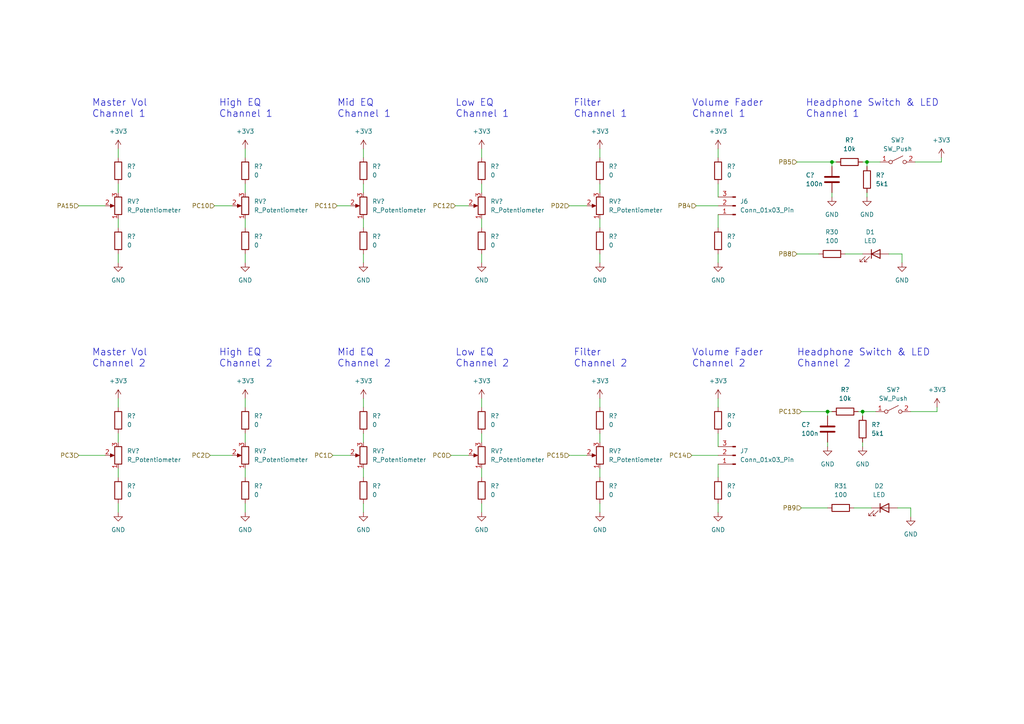
<source format=kicad_sch>
(kicad_sch (version 20230121) (generator eeschema)
  (paper "A4")
  (title_block (date "2024-02-02"))
  (lib_symbols
    (symbol "Connector:Conn_01x03_Pin" (pin_names (offset 1.016) hide)
      (property "Reference" "J" (at 0 5.08 0))
      (property "Value" "Conn_01x03_Pin" (at 0 -5.08 0))
      (symbol "Conn_01x03_Pin_1_1"
        (polyline (pts (xy 1.27 -2.54) (xy 0.8636 -2.54)) (stroke (width 0.1524)))
        (polyline (pts (xy 1.27 0) (xy 0.8636 0)) (stroke (width 0.1524)))
        (polyline (pts (xy 1.27 2.54) (xy 0.8636 2.54)) (stroke (width 0.1524)))
        (rectangle (start 0.8636 -2.413) (end 0 -2.667) (stroke (width 0.1524)) (fill (type outline)))
        (rectangle (start 0.8636 0.127) (end 0 -0.127) (stroke (width 0.1524)) (fill (type outline)))
        (rectangle (start 0.8636 2.667) (end 0 2.413) (stroke (width 0.1524)) (fill (type outline)))
        (pin passive line (at 5.08 2.54 180) (length 3.81) (name "Pin_1") (number "1"))
        (pin passive line (at 5.08 0 180) (length 3.81) (name "Pin_2") (number "2"))
        (pin passive line (at 5.08 -2.54 180) (length 3.81) (name "Pin_3") (number "3"))
      )
    )
    (symbol "Device:C" (pin_numbers hide) (pin_names (offset 0.254))
      (property "Reference" "C" (at 0.635 2.54 0))
      (property "Value" "C" (at 0.635 -2.54 0))
      (symbol "C_0_1"
        (polyline (pts (xy -2.032 -0.762) (xy 2.032 -0.762)) (stroke (width 0.508)))
        (polyline (pts (xy -2.032 0.762) (xy 2.032 0.762)) (stroke (width 0.508)))
      )
      (symbol "C_1_1"
        (pin passive line (at 0 3.81 270) (length 2.794) (name "~") (number "1"))
        (pin passive line (at 0 -3.81 90) (length 2.794) (name "~") (number "2"))
      )
    )
    (symbol "Device:LED" (pin_numbers hide) (pin_names (offset 1.016) hide)
      (property "Reference" "D" (at 0 2.54 0))
      (property "Value" "LED" (at 0 -2.54 0))
      (symbol "LED_0_1"
        (polyline (pts (xy -1.27 -1.27) (xy -1.27 1.27)) (stroke (width 0.254)))
        (polyline (pts (xy -1.27 0) (xy 1.27 0)))
        (polyline (pts (xy 1.27 -1.27) (xy 1.27 1.27) (xy -1.27 0) (xy 1.27 -1.27)) (stroke (width 0.254)))
        (polyline (pts (xy -3.048 -0.762) (xy -4.572 -2.286) (xy -3.81 -2.286) (xy -4.572 -2.286) (xy -4.572 -1.524)))
        (polyline (pts (xy -1.778 -0.762) (xy -3.302 -2.286) (xy -2.54 -2.286) (xy -3.302 -2.286) (xy -3.302 -1.524)))
      )
      (symbol "LED_1_1"
        (pin passive line (at -3.81 0 0) (length 2.54) (name "K") (number "1"))
        (pin passive line (at 3.81 0 180) (length 2.54) (name "A") (number "2"))
      )
    )
    (symbol "Device:R" (pin_numbers hide) (pin_names (offset 0))
      (property "Reference" "R" (at 2.032 0 90))
      (property "Value" "R" (at 0 0 90))
      (symbol "R_0_1"
        (rectangle (start -1.016 -2.54) (end 1.016 2.54) (stroke (width 0.254)))
      )
      (symbol "R_1_1"
        (pin passive line (at 0 3.81 270) (length 1.27) (name "~") (number "1"))
        (pin passive line (at 0 -3.81 90) (length 1.27) (name "~") (number "2"))
      )
    )
    (symbol "Device:R_Potentiometer" (pin_names (offset 1.016) hide)
      (property "Reference" "RV" (at -4.445 0 90))
      (property "Value" "R_Potentiometer" (at -2.54 0 90))
      (symbol "R_Potentiometer_0_1"
        (polyline (pts (xy 2.54 0) (xy 1.524 0)))
        (polyline (pts (xy 1.143 0) (xy 2.286 0.508) (xy 2.286 -0.508) (xy 1.143 0)) (fill (type outline)))
        (rectangle (start 1.016 2.54) (end -1.016 -2.54) (stroke (width 0.254)))
      )
      (symbol "R_Potentiometer_1_1"
        (pin passive line (at 0 3.81 270) (length 1.27) (name "1") (number "1"))
        (pin passive line (at 3.81 0 180) (length 1.27) (name "2") (number "2"))
        (pin passive line (at 0 -3.81 90) (length 1.27) (name "3") (number "3"))
      )
    )
    (symbol "Switch:SW_SPST" (pin_names (offset 0) hide)
      (property "Reference" "SW" (at 0 3.175 0))
      (property "Value" "SW_SPST" (at 0 -2.54 0))
      (symbol "SW_SPST_0_0"
        (circle (center -2.032 0) (radius 0.508))
        (polyline (pts (xy -1.524 0.254) (xy 1.524 1.778)))
        (circle (center 2.032 0) (radius 0.508))
      )
      (symbol "SW_SPST_1_1"
        (pin passive line (at -5.08 0 0) (length 2.54) (name "A") (number "1"))
        (pin passive line (at 5.08 0 180) (length 2.54) (name "B") (number "2"))
      )
    )
    (symbol "power:+3V3" (power) (pin_names (offset 0))
      (property "Value" "+3V3" (at 0 3.556 0))
      (symbol "+3V3_0_1"
        (polyline (pts (xy -0.762 1.27) (xy 0 2.54)))
        (polyline (pts (xy 0 0) (xy 0 2.54)))
        (polyline (pts (xy 0 2.54) (xy 0.762 1.27)))
      )
      (symbol "+3V3_1_1"
        (pin power_in line (at 0 0 90) (length 0) hide (name "+3V3") (number "1"))
      )
    )
    (symbol "power:GND" (power) (pin_names (offset 0))
      (property "Value" "GND" (at 0 -3.81 0))
      (symbol "GND_0_1"
        (polyline (pts (xy 0 0) (xy 0 -1.27) (xy 1.27 -1.27) (xy 0 -2.54) (xy -1.27 -1.27) (xy 0 -1.27)))
      )
      (symbol "GND_1_1"
        (pin power_in line (at 0 0 270) (length 0) hide (name "GND") (number "1"))
      )
    )
  )
  (junction (at 250.19 119.38))
  (junction (at 240.03 119.38))
  (junction (at 241.3 46.99))
  (junction (at 251.46 46.99))
  (wire (pts (xy 247.65 147.32) (xy 252.73 147.32)))
  (wire (pts (xy 173.99 115.57) (xy 173.99 118.11)))
  (wire (pts (xy 264.16 147.32) (xy 264.16 149.86)))
  (wire (pts (xy 34.29 146.05) (xy 34.29 148.59)))
  (wire (pts (xy 34.29 53.34) (xy 34.29 55.88)))
  (wire (pts (xy 201.93 59.69) (xy 208.28 59.69)))
  (wire (pts (xy 34.29 125.73) (xy 34.29 128.27)))
  (wire (pts (xy 232.41 119.38) (xy 240.03 119.38)))
  (wire (pts (xy 231.14 46.99) (xy 241.3 46.99)))
  (wire (pts (xy 34.29 115.57) (xy 34.29 118.11)))
  (wire (pts (xy 105.41 43.18) (xy 105.41 45.72)))
  (wire (pts (xy 250.19 119.38) (xy 250.19 120.65)))
  (wire (pts (xy 34.29 73.66) (xy 34.29 76.2)))
  (wire (pts (xy 139.7 135.89) (xy 139.7 138.43)))
  (wire (pts (xy 208.28 146.05) (xy 208.28 148.59)))
  (wire (pts (xy 208.28 134.62) (xy 208.28 138.43)))
  (wire (pts (xy 241.3 46.99) (xy 241.3 48.26)))
  (wire (pts (xy 71.12 53.34) (xy 71.12 55.88)))
  (wire (pts (xy 232.41 147.32) (xy 240.03 147.32)))
  (wire (pts (xy 96.52 132.08) (xy 101.6 132.08)))
  (wire (pts (xy 62.23 59.69) (xy 67.31 59.69)))
  (wire (pts (xy 71.12 63.5) (xy 71.12 66.04)))
  (wire (pts (xy 208.28 115.57) (xy 208.28 118.11)))
  (wire (pts (xy 173.99 146.05) (xy 173.99 148.59)))
  (wire (pts (xy 237.49 73.66) (xy 231.14 73.66)))
  (wire (pts (xy 132.08 59.69) (xy 135.89 59.69)))
  (wire (pts (xy 173.99 125.73) (xy 173.99 128.27)))
  (wire (pts (xy 173.99 73.66) (xy 173.99 76.2)))
  (wire (pts (xy 251.46 46.99) (xy 251.46 48.26)))
  (wire (pts (xy 200.66 132.08) (xy 208.28 132.08)))
  (wire (pts (xy 139.7 146.05) (xy 139.7 148.59)))
  (wire (pts (xy 240.03 119.38) (xy 240.03 120.65)))
  (wire (pts (xy 105.41 63.5) (xy 105.41 66.04)))
  (wire (pts (xy 139.7 115.57) (xy 139.7 118.11)))
  (wire (pts (xy 250.19 46.99) (xy 251.46 46.99)))
  (wire (pts (xy 165.1 59.69) (xy 170.18 59.69)))
  (wire (pts (xy 97.79 59.69) (xy 101.6 59.69)))
  (wire (pts (xy 71.12 115.57) (xy 71.12 118.11)))
  (wire (pts (xy 60.96 132.08) (xy 67.31 132.08)))
  (wire (pts (xy 248.92 119.38) (xy 250.19 119.38)))
  (wire (pts (xy 71.12 146.05) (xy 71.12 148.59)))
  (wire (pts (xy 250.19 128.27) (xy 250.19 129.54)))
  (wire (pts (xy 71.12 125.73) (xy 71.12 128.27)))
  (wire (pts (xy 245.11 73.66) (xy 250.19 73.66)))
  (wire (pts (xy 264.16 147.32) (xy 260.35 147.32)))
  (wire (pts (xy 105.41 135.89) (xy 105.41 138.43)))
  (wire (pts (xy 251.46 46.99) (xy 255.27 46.99)))
  (wire (pts (xy 105.41 125.73) (xy 105.41 128.27)))
  (wire (pts (xy 241.3 46.99) (xy 242.57 46.99)))
  (wire (pts (xy 105.41 73.66) (xy 105.41 76.2)))
  (wire (pts (xy 264.16 119.38) (xy 271.78 119.38)))
  (wire (pts (xy 173.99 63.5) (xy 173.99 66.04)))
  (wire (pts (xy 251.46 55.88) (xy 251.46 57.15)))
  (wire (pts (xy 261.62 73.66) (xy 257.81 73.66)))
  (wire (pts (xy 250.19 119.38) (xy 254 119.38)))
  (wire (pts (xy 139.7 125.73) (xy 139.7 128.27)))
  (wire (pts (xy 22.86 132.08) (xy 30.48 132.08)))
  (wire (pts (xy 34.29 135.89) (xy 34.29 138.43)))
  (wire (pts (xy 34.29 43.18) (xy 34.29 45.72)))
  (wire (pts (xy 71.12 73.66) (xy 71.12 76.2)))
  (wire (pts (xy 139.7 43.18) (xy 139.7 45.72)))
  (wire (pts (xy 208.28 62.23) (xy 208.28 66.04)))
  (wire (pts (xy 139.7 53.34) (xy 139.7 55.88)))
  (wire (pts (xy 173.99 53.34) (xy 173.99 55.88)))
  (wire (pts (xy 71.12 135.89) (xy 71.12 138.43)))
  (wire (pts (xy 105.41 146.05) (xy 105.41 148.59)))
  (wire (pts (xy 261.62 73.66) (xy 261.62 76.2)))
  (wire (pts (xy 273.05 45.72) (xy 273.05 46.99)))
  (wire (pts (xy 208.28 53.34) (xy 208.28 57.15)))
  (wire (pts (xy 265.43 46.99) (xy 273.05 46.99)))
  (wire (pts (xy 173.99 43.18) (xy 173.99 45.72)))
  (wire (pts (xy 165.1 132.08) (xy 170.18 132.08)))
  (wire (pts (xy 241.3 55.88) (xy 241.3 57.15)))
  (wire (pts (xy 208.28 43.18) (xy 208.28 45.72)))
  (wire (pts (xy 22.86 59.69) (xy 30.48 59.69)))
  (wire (pts (xy 71.12 43.18) (xy 71.12 45.72)))
  (wire (pts (xy 130.81 132.08) (xy 135.89 132.08)))
  (wire (pts (xy 105.41 53.34) (xy 105.41 55.88)))
  (wire (pts (xy 139.7 63.5) (xy 139.7 66.04)))
  (wire (pts (xy 240.03 128.27) (xy 240.03 129.54)))
  (wire (pts (xy 34.29 63.5) (xy 34.29 66.04)))
  (wire (pts (xy 240.03 119.38) (xy 241.3 119.38)))
  (wire (pts (xy 208.28 125.73) (xy 208.28 129.54)))
  (wire (pts (xy 173.99 135.89) (xy 173.99 138.43)))
  (wire (pts (xy 208.28 73.66) (xy 208.28 76.2)))
  (wire (pts (xy 105.41 115.57) (xy 105.41 118.11)))
  (wire (pts (xy 271.78 118.11) (xy 271.78 119.38)))
  (wire (pts (xy 139.7 73.66) (xy 139.7 76.2)))
  (text "High EQ\nChannel 2" (at 63.5 106.68 0) (effects (font (size 2 2)) (justify left bottom)))
  (text "Low EQ\nChannel 1" (at 132.08 34.29 0) (effects (font (size 2 2)) (justify left bottom)))
  (text "Master Vol\nChannel 1" (at 26.67 34.29 0) (effects (font (size 2 2)) (justify left bottom)))
  (text "Headphone Switch & LED\nChannel 1" (at 233.68 34.29 0) (effects (font (size 2 2)) (justify left bottom)))
  (text "Master Vol\nChannel 2" (at 26.67 106.68 0) (effects (font (size 2 2)) (justify left bottom)))
  (text "Mid EQ\nChannel 1" (at 97.79 34.29 0) (effects (font (size 2 2)) (justify left bottom)))
  (text "Mid EQ\nChannel 2" (at 97.79 106.68 0) (effects (font (size 2 2)) (justify left bottom)))
  (text "Headphone Switch & LED\nChannel 2" (at 231.14 106.68 0) (effects (font (size 2 2)) (justify left bottom)))
  (text "Filter\nChannel 1" (at 166.37 34.29 0) (effects (font (size 2 2)) (justify left bottom)))
  (text "Filter\nChannel 2" (at 166.37 106.68 0) (effects (font (size 2 2)) (justify left bottom)))
  (text "Volume Fader\nChannel 2" (at 200.66 106.68 0) (effects (font (size 2 2)) (justify left bottom)))
  (text "Low EQ\nChannel 2" (at 132.08 106.68 0) (effects (font (size 2 2)) (justify left bottom)))
  (text "Volume Fader\nChannel 1" (at 200.66 34.29 0) (effects (font (size 2 2)) (justify left bottom)))
  (text "High EQ\nChannel 1" (at 63.5 34.29 0) (effects (font (size 2 2)) (justify left bottom)))
  (hierarchical_label "PB8" (shape input) (at 231.14 73.66 180))
  (hierarchical_label "PC13" (shape input) (at 232.41 119.38 180))
  (hierarchical_label "PC0" (shape input) (at 130.81 132.08 180))
  (hierarchical_label "PC3" (shape input) (at 22.86 132.08 180))
  (hierarchical_label "PB4" (shape input) (at 201.93 59.69 180))
  (hierarchical_label "PC1" (shape input) (at 96.52 132.08 180))
  (hierarchical_label "PC10" (shape input) (at 62.23 59.69 180))
  (hierarchical_label "PD2" (shape input) (at 165.1 59.69 180))
  (hierarchical_label "PC12" (shape input) (at 132.08 59.69 180))
  (hierarchical_label "PC14" (shape input) (at 200.66 132.08 180))
  (hierarchical_label "PC2" (shape input) (at 60.96 132.08 180))
  (hierarchical_label "PC15" (shape input) (at 165.1 132.08 180))
  (hierarchical_label "PB9" (shape input) (at 232.41 147.32 180))
  (hierarchical_label "PB5" (shape input) (at 231.14 46.99 180))
  (hierarchical_label "PA15" (shape input) (at 22.86 59.69 180))
  (hierarchical_label "PC11" (shape input) (at 97.79 59.69 180))
  (symbol (lib_id "Device:R") (at 71.12 142.24 0) (unit 1)
    (property "Reference" "R?" (at 73.66 140.97 0) (effects (justify left)))
    (property "Value" "0" (at 73.66 143.51 0) (effects (justify left)))
    (property "Footprint" "Resistor_SMD:R_0805_2012Metric" (effects hide))
    (property "Datasheet" "https://datasheet.lcsc.com/lcsc/2206010216_UNI-ROYAL-Uniroyal-Elec-0805W8F0000T5E_C17477.pdf" (effects hide))
    (property "Manufracturer" "UNI-ROYAL(Uniroyal Elec)" (effects hide))
    (property "Manufracturer Part Number" "0805W8F0000T5E" (effects hide))
    (property "JLCPCB Part" "C17477" (effects hide))
    (instances (project "112VU" (path "" (reference "R?") (unit 1))) (project "djdeck" (path "" (reference "R?") (unit 1)) (path "" (reference "R13") (unit 1))))
  )
  (symbol (lib_id "Device:R") (at 208.28 142.24 0) (unit 1)
    (property "Reference" "R?" (at 210.82 140.97 0) (effects (justify left)))
    (property "Value" "0" (at 210.82 143.51 0) (effects (justify left)))
    (property "Footprint" "Resistor_SMD:R_0805_2012Metric" (effects hide))
    (property "Datasheet" "https://datasheet.lcsc.com/lcsc/2206010216_UNI-ROYAL-Uniroyal-Elec-0805W8F0000T5E_C17477.pdf" (effects hide))
    (property "Manufracturer" "UNI-ROYAL(Uniroyal Elec)" (effects hide))
    (property "Manufracturer Part Number" "0805W8F0000T5E" (effects hide))
    (property "JLCPCB Part" "C17477" (effects hide))
    (instances (project "112VU" (path "" (reference "R?") (unit 1))) (project "djdeck" (path "" (reference "R?") (unit 1)) (path "" (reference "R29") (unit 1))))
  )
  (symbol (lib_id "Device:R") (at 105.41 121.92 0) (unit 1)
    (property "Reference" "R?" (at 107.95 120.65 0) (effects (justify left)))
    (property "Value" "0" (at 107.95 123.19 0) (effects (justify left)))
    (property "Footprint" "Resistor_SMD:R_0805_2012Metric" (effects hide))
    (property "Datasheet" "https://datasheet.lcsc.com/lcsc/2206010216_UNI-ROYAL-Uniroyal-Elec-0805W8F0000T5E_C17477.pdf" (effects hide))
    (property "Manufracturer" "UNI-ROYAL(Uniroyal Elec)" (effects hide))
    (property "Manufracturer Part Number" "0805W8F0000T5E" (effects hide))
    (property "JLCPCB Part" "C17477" (effects hide))
    (instances (project "112VU" (path "" (reference "R?") (unit 1))) (project "djdeck" (path "" (reference "R?") (unit 1)) (path "" (reference "R16") (unit 1))))
  )
  (symbol (lib_id "Switch:SW_SPST") (at 259.08 119.38 0) (unit 1)
    (property "Reference" "SW?" (at 259.08 113.03 0))
    (property "Value" "SW_Push" (at 259.08 115.57 0))
    (property "Footprint" "Button_Switch_SMD:SW_Push_1P1T_XKB_TS-1187A" (effects hide))
    (property "Datasheet" "https://datasheet.lcsc.com/lcsc/2304140030_XKB-Connectivity-TS-1187A-B-A-B_C318884.pdf" (effects hide))
    (property "JLCPCB Part" "C318884" (effects hide))
    (property "Manufracturer" "XKB Connectivity" (effects hide))
    (property "Manufracturer Part Number" "TS-1187A-B-A-B" (effects hide))
    (instances (project "109VU" (path "" (reference "SW?") (unit 1))) (project "djdeck" (path "" (reference "SW2") (unit 1))))
  )
  (symbol (lib_id "Device:R") (at 208.28 121.92 0) (unit 1)
    (property "Reference" "R?" (at 210.82 120.65 0) (effects (justify left)))
    (property "Value" "0" (at 210.82 123.19 0) (effects (justify left)))
    (property "Footprint" "Resistor_SMD:R_0805_2012Metric" (effects hide))
    (property "Datasheet" "https://datasheet.lcsc.com/lcsc/2206010216_UNI-ROYAL-Uniroyal-Elec-0805W8F0000T5E_C17477.pdf" (effects hide))
    (property "Manufracturer" "UNI-ROYAL(Uniroyal Elec)" (effects hide))
    (property "Manufracturer Part Number" "0805W8F0000T5E" (effects hide))
    (property "JLCPCB Part" "C17477" (effects hide))
    (instances (project "112VU" (path "" (reference "R?") (unit 1))) (project "djdeck" (path "" (reference "R?") (unit 1)) (path "" (reference "R28") (unit 1))))
  )
  (symbol (lib_id "Device:R_Potentiometer") (at 71.12 132.08 180) (unit 1)
    (property "Reference" "RV?" (at 73.66 130.81 0) (effects (justify right)))
    (property "Value" "R_Potentiometer" (at 73.66 133.35 0) (effects (justify right)))
    (property "Footprint" "NiasStuff:Potentiometer_Alps_RK09L_Double_Vertical" (effects hide))
    (property "Datasheet" "https://datasheet.lcsc.com/lcsc/1912111437_ALPSALPINE-RK09L1240A12_C380211.pdf" (effects hide))
    (property "Manufracturer" "ALPSALPINE" (effects hide))
    (property "Manufracturer Part Number" "RK09L1240A12" (effects hide))
    (property "JLCPCB Part" "C380211" (effects hide))
    (instances (project "112VU" (path "" (reference "RV?") (unit 1))) (project "djdeck" (path "" (reference "RV?") (unit 1)) (path "" (reference "RV4") (unit 1))))
  )
  (symbol (lib_id "power:GND") (at 208.28 76.2 0) (unit 1)
    (property "Reference" "#PWR?" (effects hide))
    (property "Value" "GND" (at 208.28 81.28 0))
    (instances (project "112VU" (path "" (reference "#PWR?") (unit 1))) (project "djdeck" (path "" (reference "#PWR?") (unit 1)) (path "" (reference "#PWR050") (unit 1))))
  )
  (symbol (lib_id "Device:R_Potentiometer") (at 34.29 59.69 180) (unit 1)
    (property "Reference" "RV?" (at 36.83 58.42 0) (effects (justify right)))
    (property "Value" "R_Potentiometer" (at 36.83 60.96 0) (effects (justify right)))
    (property "Footprint" "NiasStuff:Potentiometer_Alps_RK09L_Double_Vertical" (effects hide))
    (property "Datasheet" "https://datasheet.lcsc.com/lcsc/1912111437_ALPSALPINE-RK09L1240A12_C380211.pdf" (effects hide))
    (property "Manufracturer" "ALPSALPINE" (effects hide))
    (property "Manufracturer Part Number" "RK09L1240A12" (effects hide))
    (property "JLCPCB Part" "C380211" (effects hide))
    (instances (project "112VU" (path "" (reference "RV?") (unit 1))) (project "djdeck" (path "" (reference "RV?") (unit 1)) (path "" (reference "RV1") (unit 1))))
  )
  (symbol (lib_id "power:+3V3") (at 139.7 115.57 0) (unit 1)
    (property "Reference" "#PWR?" (effects hide))
    (property "Value" "+3V3" (at 139.7 110.49 0))
    (instances (project "112VU" (path "" (reference "#PWR?") (unit 1))) (project "djdeck" (path "" (reference "#PWR?") (unit 1)) (path "" (reference "#PWR043") (unit 1))))
  )
  (symbol (lib_id "Device:R") (at 71.12 121.92 0) (unit 1)
    (property "Reference" "R?" (at 73.66 120.65 0) (effects (justify left)))
    (property "Value" "0" (at 73.66 123.19 0) (effects (justify left)))
    (property "Footprint" "Resistor_SMD:R_0805_2012Metric" (effects hide))
    (property "Datasheet" "https://datasheet.lcsc.com/lcsc/2206010216_UNI-ROYAL-Uniroyal-Elec-0805W8F0000T5E_C17477.pdf" (effects hide))
    (property "Manufracturer" "UNI-ROYAL(Uniroyal Elec)" (effects hide))
    (property "Manufracturer Part Number" "0805W8F0000T5E" (effects hide))
    (property "JLCPCB Part" "C17477" (effects hide))
    (instances (project "112VU" (path "" (reference "R?") (unit 1))) (project "djdeck" (path "" (reference "R?") (unit 1)) (path "" (reference "R12") (unit 1))))
  )
  (symbol (lib_id "Device:LED") (at 254 73.66 0) (unit 1)
    (property "Reference" "D1" (at 252.4125 67.31 0))
    (property "Value" "LED" (at 252.4125 69.85 0))
    (property "Footprint" "LED_SMD:LED_0603_1608Metric" (effects hide))
    (property "Datasheet" "https://datasheet.lcsc.com/lcsc/1810201530_BrtLed-Bright-LED-Elec-BL-HKC36G-AV-TRB_C165981.pdf" (effects hide))
    (property "JLCPCB Part" "C165981" (effects hide))
    (property "Manufracturer" "BrtLed(Bright LED Elec)" (effects hide))
    (property "Manufracturer Part Number" "BL-HKC36G-AV-TRB" (effects hide))
  )
  (symbol (lib_id "Device:R") (at 139.7 69.85 0) (unit 1)
    (property "Reference" "R?" (at 142.24 68.58 0) (effects (justify left)))
    (property "Value" "0" (at 142.24 71.12 0) (effects (justify left)))
    (property "Footprint" "Resistor_SMD:R_0805_2012Metric" (effects hide))
    (property "Datasheet" "https://datasheet.lcsc.com/lcsc/2206010216_UNI-ROYAL-Uniroyal-Elec-0805W8F0000T5E_C17477.pdf" (effects hide))
    (property "Manufracturer" "UNI-ROYAL(Uniroyal Elec)" (effects hide))
    (property "Manufracturer Part Number" "0805W8F0000T5E" (effects hide))
    (property "JLCPCB Part" "C17477" (effects hide))
    (instances (project "112VU" (path "" (reference "R?") (unit 1))) (project "djdeck" (path "" (reference "R?") (unit 1)) (path "" (reference "R19") (unit 1))))
  )
  (symbol (lib_id "Device:R") (at 139.7 142.24 0) (unit 1)
    (property "Reference" "R?" (at 142.24 140.97 0) (effects (justify left)))
    (property "Value" "0" (at 142.24 143.51 0) (effects (justify left)))
    (property "Footprint" "Resistor_SMD:R_0805_2012Metric" (effects hide))
    (property "Datasheet" "https://datasheet.lcsc.com/lcsc/2206010216_UNI-ROYAL-Uniroyal-Elec-0805W8F0000T5E_C17477.pdf" (effects hide))
    (property "Manufracturer" "UNI-ROYAL(Uniroyal Elec)" (effects hide))
    (property "Manufracturer Part Number" "0805W8F0000T5E" (effects hide))
    (property "JLCPCB Part" "C17477" (effects hide))
    (instances (project "112VU" (path "" (reference "R?") (unit 1))) (project "djdeck" (path "" (reference "R?") (unit 1)) (path "" (reference "R21") (unit 1))))
  )
  (symbol (lib_id "Device:R") (at 173.99 121.92 0) (unit 1)
    (property "Reference" "R?" (at 176.53 120.65 0) (effects (justify left)))
    (property "Value" "0" (at 176.53 123.19 0) (effects (justify left)))
    (property "Footprint" "Resistor_SMD:R_0805_2012Metric" (effects hide))
    (property "Datasheet" "https://datasheet.lcsc.com/lcsc/2206010216_UNI-ROYAL-Uniroyal-Elec-0805W8F0000T5E_C17477.pdf" (effects hide))
    (property "Manufracturer" "UNI-ROYAL(Uniroyal Elec)" (effects hide))
    (property "Manufracturer Part Number" "0805W8F0000T5E" (effects hide))
    (property "JLCPCB Part" "C17477" (effects hide))
    (instances (project "112VU" (path "" (reference "R?") (unit 1))) (project "djdeck" (path "" (reference "R?") (unit 1)) (path "" (reference "R24") (unit 1))))
  )
  (symbol (lib_id "Device:R") (at 34.29 49.53 0) (unit 1)
    (property "Reference" "R?" (at 36.83 48.26 0) (effects (justify left)))
    (property "Value" "0" (at 36.83 50.8 0) (effects (justify left)))
    (property "Footprint" "Resistor_SMD:R_0805_2012Metric" (effects hide))
    (property "Datasheet" "https://datasheet.lcsc.com/lcsc/2206010216_UNI-ROYAL-Uniroyal-Elec-0805W8F0000T5E_C17477.pdf" (effects hide))
    (property "Manufracturer" "UNI-ROYAL(Uniroyal Elec)" (effects hide))
    (property "Manufracturer Part Number" "0805W8F0000T5E" (effects hide))
    (property "JLCPCB Part" "C17477" (effects hide))
    (instances (project "112VU" (path "" (reference "R?") (unit 1))) (project "djdeck" (path "" (reference "R?") (unit 1)) (path "" (reference "R6") (unit 1))))
  )
  (symbol (lib_id "Switch:SW_SPST") (at 260.35 46.99 0) (unit 1)
    (property "Reference" "SW?" (at 260.35 40.64 0))
    (property "Value" "SW_Push" (at 260.35 43.18 0))
    (property "Footprint" "Button_Switch_SMD:SW_Push_1P1T_XKB_TS-1187A" (effects hide))
    (property "Datasheet" "https://datasheet.lcsc.com/lcsc/2304140030_XKB-Connectivity-TS-1187A-B-A-B_C318884.pdf" (effects hide))
    (property "JLCPCB Part" "C318884" (effects hide))
    (property "Manufracturer" "XKB Connectivity" (effects hide))
    (property "Manufracturer Part Number" "TS-1187A-B-A-B" (effects hide))
    (instances (project "109VU" (path "" (reference "SW?") (unit 1))) (project "djdeck" (path "" (reference "SW3") (unit 1))))
  )
  (symbol (lib_id "power:+3V3") (at 273.05 45.72 0) (unit 1)
    (property "Reference" "#PWR?" (effects hide))
    (property "Value" "+3V3" (at 273.05 40.64 0))
    (instances (project "112VU" (path "" (reference "#PWR?") (unit 1))) (project "109VU" (path "" (reference "#PWR?") (unit 1))) (project "djdeck" (path "" (reference "#PWR060") (unit 1))))
  )
  (symbol (lib_id "Device:R") (at 173.99 49.53 0) (unit 1)
    (property "Reference" "R?" (at 176.53 48.26 0) (effects (justify left)))
    (property "Value" "0" (at 176.53 50.8 0) (effects (justify left)))
    (property "Footprint" "Resistor_SMD:R_0805_2012Metric" (effects hide))
    (property "Datasheet" "https://datasheet.lcsc.com/lcsc/2206010216_UNI-ROYAL-Uniroyal-Elec-0805W8F0000T5E_C17477.pdf" (effects hide))
    (property "Manufracturer" "UNI-ROYAL(Uniroyal Elec)" (effects hide))
    (property "Manufracturer Part Number" "0805W8F0000T5E" (effects hide))
    (property "JLCPCB Part" "C17477" (effects hide))
    (instances (project "112VU" (path "" (reference "R?") (unit 1))) (project "djdeck" (path "" (reference "R?") (unit 1)) (path "" (reference "R22") (unit 1))))
  )
  (symbol (lib_id "power:GND") (at 264.16 149.86 0) (unit 1)
    (property "Reference" "#PWR?" (effects hide))
    (property "Value" "GND" (at 264.16 154.94 0))
    (instances (project "112VU" (path "" (reference "#PWR?") (unit 1))) (project "djdeck" (path "" (reference "#PWR?") (unit 1)) (path "" (reference "#PWR058") (unit 1))))
  )
  (symbol (lib_id "power:+3V3") (at 34.29 115.57 0) (unit 1)
    (property "Reference" "#PWR?" (effects hide))
    (property "Value" "+3V3" (at 34.29 110.49 0))
    (instances (project "112VU" (path "" (reference "#PWR?") (unit 1))) (project "djdeck" (path "" (reference "#PWR?") (unit 1)) (path "" (reference "#PWR031") (unit 1))))
  )
  (symbol (lib_id "Device:R") (at 34.29 121.92 0) (unit 1)
    (property "Reference" "R?" (at 36.83 120.65 0) (effects (justify left)))
    (property "Value" "0" (at 36.83 123.19 0) (effects (justify left)))
    (property "Footprint" "Resistor_SMD:R_0805_2012Metric" (effects hide))
    (property "Datasheet" "https://datasheet.lcsc.com/lcsc/2206010216_UNI-ROYAL-Uniroyal-Elec-0805W8F0000T5E_C17477.pdf" (effects hide))
    (property "Manufracturer" "UNI-ROYAL(Uniroyal Elec)" (effects hide))
    (property "Manufracturer Part Number" "0805W8F0000T5E" (effects hide))
    (property "JLCPCB Part" "C17477" (effects hide))
    (instances (project "112VU" (path "" (reference "R?") (unit 1))) (project "djdeck" (path "" (reference "R?") (unit 1)) (path "" (reference "R8") (unit 1))))
  )
  (symbol (lib_id "power:+3V3") (at 139.7 43.18 0) (unit 1)
    (property "Reference" "#PWR?" (effects hide))
    (property "Value" "+3V3" (at 139.7 38.1 0))
    (instances (project "112VU" (path "" (reference "#PWR?") (unit 1))) (project "djdeck" (path "" (reference "#PWR?") (unit 1)) (path "" (reference "#PWR041") (unit 1))))
  )
  (symbol (lib_id "power:+3V3") (at 173.99 43.18 0) (unit 1)
    (property "Reference" "#PWR?" (effects hide))
    (property "Value" "+3V3" (at 173.99 38.1 0))
    (instances (project "112VU" (path "" (reference "#PWR?") (unit 1))) (project "djdeck" (path "" (reference "#PWR?") (unit 1)) (path "" (reference "#PWR045") (unit 1))))
  )
  (symbol (lib_id "power:+3V3") (at 34.29 43.18 0) (unit 1)
    (property "Reference" "#PWR?" (effects hide))
    (property "Value" "+3V3" (at 34.29 38.1 0))
    (instances (project "112VU" (path "" (reference "#PWR?") (unit 1))) (project "djdeck" (path "" (reference "#PWR?") (unit 1)) (path "" (reference "#PWR029") (unit 1))))
  )
  (symbol (lib_id "Device:R_Potentiometer") (at 139.7 132.08 180) (unit 1)
    (property "Reference" "RV?" (at 142.24 130.81 0) (effects (justify right)))
    (property "Value" "R_Potentiometer" (at 142.24 133.35 0) (effects (justify right)))
    (property "Footprint" "NiasStuff:Potentiometer_Alps_RK09L_Double_Vertical" (effects hide))
    (property "Datasheet" "https://datasheet.lcsc.com/lcsc/1912111437_ALPSALPINE-RK09L1240A12_C380211.pdf" (effects hide))
    (property "Manufracturer" "ALPSALPINE" (effects hide))
    (property "Manufracturer Part Number" "RK09L1240A12" (effects hide))
    (property "JLCPCB Part" "C380211" (effects hide))
    (instances (project "112VU" (path "" (reference "RV?") (unit 1))) (project "djdeck" (path "" (reference "RV?") (unit 1)) (path "" (reference "RV8") (unit 1))))
  )
  (symbol (lib_id "Device:LED") (at 256.54 147.32 0) (unit 1)
    (property "Reference" "D2" (at 254.9525 140.97 0))
    (property "Value" "LED" (at 254.9525 143.51 0))
    (property "Footprint" "LED_SMD:LED_0603_1608Metric" (effects hide))
    (property "Datasheet" "https://datasheet.lcsc.com/lcsc/1810201530_BrtLed-Bright-LED-Elec-BL-HKC36G-AV-TRB_C165981.pdf" (effects hide))
    (property "JLCPCB Part" "C165981" (effects hide))
    (property "Manufracturer" "BrtLed(Bright LED Elec)" (effects hide))
    (property "Manufracturer Part Number" "BL-HKC36G-AV-TRB" (effects hide))
  )
  (symbol (lib_id "Device:R") (at 34.29 69.85 0) (unit 1)
    (property "Reference" "R?" (at 36.83 68.58 0) (effects (justify left)))
    (property "Value" "0" (at 36.83 71.12 0) (effects (justify left)))
    (property "Footprint" "Resistor_SMD:R_0805_2012Metric" (effects hide))
    (property "Datasheet" "https://datasheet.lcsc.com/lcsc/2206010216_UNI-ROYAL-Uniroyal-Elec-0805W8F0000T5E_C17477.pdf" (effects hide))
    (property "Manufracturer" "UNI-ROYAL(Uniroyal Elec)" (effects hide))
    (property "Manufracturer Part Number" "0805W8F0000T5E" (effects hide))
    (property "JLCPCB Part" "C17477" (effects hide))
    (instances (project "112VU" (path "" (reference "R?") (unit 1))) (project "djdeck" (path "" (reference "R?") (unit 1)) (path "" (reference "R7") (unit 1))))
  )
  (symbol (lib_id "power:GND") (at 251.46 57.15 0) (unit 1)
    (property "Reference" "#PWR?" (effects hide))
    (property "Value" "GND" (at 251.46 62.23 0))
    (instances (project "112VU" (path "" (reference "#PWR?") (unit 1))) (project "109VU" (path "" (reference "#PWR?") (unit 1))) (project "djdeck" (path "" (reference "#PWR056") (unit 1))))
  )
  (symbol (lib_id "power:GND") (at 105.41 76.2 0) (unit 1)
    (property "Reference" "#PWR?" (effects hide))
    (property "Value" "GND" (at 105.41 81.28 0))
    (instances (project "112VU" (path "" (reference "#PWR?") (unit 1))) (project "djdeck" (path "" (reference "#PWR?") (unit 1)) (path "" (reference "#PWR038") (unit 1))))
  )
  (symbol (lib_id "Device:R") (at 243.84 147.32 90) (unit 1)
    (property "Reference" "R31" (at 243.84 140.97 90))
    (property "Value" "100" (at 243.84 143.51 90))
    (property "Footprint" "Capacitor_SMD:C_0805_2012Metric" (effects hide))
    (property "Datasheet" "https://datasheet.lcsc.com/lcsc/2206010216_UNI-ROYAL-Uniroyal-Elec-0805W8F1000T5E_C17408.pdf" (effects hide))
    (property "JLCPCB Part" "C17408" (effects hide))
    (property "Manufracturer" "UNI-ROYAL(Uniroyal Elec)" (effects hide))
    (property "Manufracturer Part Number" "0805W8F1000T5E" (effects hide))
  )
  (symbol (lib_id "Connector:Conn_01x03_Pin") (at 213.36 59.69 180) (unit 1)
    (property "Reference" "J6" (at 214.63 58.42 0) (effects (justify right)))
    (property "Value" "Conn_01x03_Pin" (at 214.63 60.96 0) (effects (justify right)))
  )
  (symbol (lib_id "Device:R") (at 246.38 46.99 90) (unit 1)
    (property "Reference" "R?" (at 246.38 40.64 90))
    (property "Value" "10k" (at 246.38 43.18 90))
    (property "Footprint" "Resistor_SMD:R_0402_1005Metric" (effects hide))
    (property "Datasheet" "https://datasheet.lcsc.com/lcsc/2304140030_Viking-Tech-AR02DTC1002_C319934.pdf" (effects hide))
    (property "JLCPCB Part" "C319934" (effects hide))
    (property "Manufracturer" "Viking Tech" (effects hide))
    (property "Manufracturer Part Number" "AR02DTC1002" (effects hide))
    (instances (project "109VU" (path "" (reference "R?") (unit 1))) (project "djdeck" (path "" (reference "R33") (unit 1))))
  )
  (symbol (lib_id "Device:R_Potentiometer") (at 139.7 59.69 180) (unit 1)
    (property "Reference" "RV?" (at 142.24 58.42 0) (effects (justify right)))
    (property "Value" "R_Potentiometer" (at 142.24 60.96 0) (effects (justify right)))
    (property "Footprint" "NiasStuff:Potentiometer_Alps_RK09L_Double_Vertical" (effects hide))
    (property "Datasheet" "https://datasheet.lcsc.com/lcsc/1912111437_ALPSALPINE-RK09L1240A12_C380211.pdf" (effects hide))
    (property "Manufracturer" "ALPSALPINE" (effects hide))
    (property "Manufracturer Part Number" "RK09L1240A12" (effects hide))
    (property "JLCPCB Part" "C380211" (effects hide))
    (instances (project "112VU" (path "" (reference "RV?") (unit 1))) (project "djdeck" (path "" (reference "RV?") (unit 1)) (path "" (reference "RV7") (unit 1))))
  )
  (symbol (lib_id "Device:R") (at 34.29 142.24 0) (unit 1)
    (property "Reference" "R?" (at 36.83 140.97 0) (effects (justify left)))
    (property "Value" "0" (at 36.83 143.51 0) (effects (justify left)))
    (property "Footprint" "Resistor_SMD:R_0805_2012Metric" (effects hide))
    (property "Datasheet" "https://datasheet.lcsc.com/lcsc/2206010216_UNI-ROYAL-Uniroyal-Elec-0805W8F0000T5E_C17477.pdf" (effects hide))
    (property "Manufracturer" "UNI-ROYAL(Uniroyal Elec)" (effects hide))
    (property "Manufracturer Part Number" "0805W8F0000T5E" (effects hide))
    (property "JLCPCB Part" "C17477" (effects hide))
    (instances (project "112VU" (path "" (reference "R?") (unit 1))) (project "djdeck" (path "" (reference "R?") (unit 1)) (path "" (reference "R9") (unit 1))))
  )
  (symbol (lib_id "power:+3V3") (at 208.28 43.18 0) (unit 1)
    (property "Reference" "#PWR?" (effects hide))
    (property "Value" "+3V3" (at 208.28 38.1 0))
    (instances (project "112VU" (path "" (reference "#PWR?") (unit 1))) (project "djdeck" (path "" (reference "#PWR?") (unit 1)) (path "" (reference "#PWR049") (unit 1))))
  )
  (symbol (lib_id "power:GND") (at 241.3 57.15 0) (unit 1)
    (property "Reference" "#PWR?" (effects hide))
    (property "Value" "GND" (at 241.3 62.23 0))
    (instances (project "112VU" (path "" (reference "#PWR?") (unit 1))) (project "109VU" (path "" (reference "#PWR?") (unit 1))) (project "djdeck" (path "" (reference "#PWR054") (unit 1))))
  )
  (symbol (lib_id "Device:R") (at 71.12 69.85 0) (unit 1)
    (property "Reference" "R?" (at 73.66 68.58 0) (effects (justify left)))
    (property "Value" "0" (at 73.66 71.12 0) (effects (justify left)))
    (property "Footprint" "Resistor_SMD:R_0805_2012Metric" (effects hide))
    (property "Datasheet" "https://datasheet.lcsc.com/lcsc/2206010216_UNI-ROYAL-Uniroyal-Elec-0805W8F0000T5E_C17477.pdf" (effects hide))
    (property "Manufracturer" "UNI-ROYAL(Uniroyal Elec)" (effects hide))
    (property "Manufracturer Part Number" "0805W8F0000T5E" (effects hide))
    (property "JLCPCB Part" "C17477" (effects hide))
    (instances (project "112VU" (path "" (reference "R?") (unit 1))) (project "djdeck" (path "" (reference "R?") (unit 1)) (path "" (reference "R11") (unit 1))))
  )
  (symbol (lib_id "Device:R") (at 241.3 73.66 90) (unit 1)
    (property "Reference" "R30" (at 241.3 67.31 90))
    (property "Value" "100" (at 241.3 69.85 90))
    (property "Footprint" "Capacitor_SMD:C_0805_2012Metric" (effects hide))
    (property "Datasheet" "https://datasheet.lcsc.com/lcsc/2206010216_UNI-ROYAL-Uniroyal-Elec-0805W8F1000T5E_C17408.pdf" (effects hide))
    (property "JLCPCB Part" "C17408" (effects hide))
    (property "Manufracturer" "UNI-ROYAL(Uniroyal Elec)" (effects hide))
    (property "Manufracturer Part Number" "0805W8F1000T5E" (effects hide))
  )
  (symbol (lib_id "Connector:Conn_01x03_Pin") (at 213.36 132.08 180) (unit 1)
    (property "Reference" "J7" (at 214.63 130.81 0) (effects (justify right)))
    (property "Value" "Conn_01x03_Pin" (at 214.63 133.35 0) (effects (justify right)))
  )
  (symbol (lib_id "power:GND") (at 173.99 76.2 0) (unit 1)
    (property "Reference" "#PWR?" (effects hide))
    (property "Value" "GND" (at 173.99 81.28 0))
    (instances (project "112VU" (path "" (reference "#PWR?") (unit 1))) (project "djdeck" (path "" (reference "#PWR?") (unit 1)) (path "" (reference "#PWR046") (unit 1))))
  )
  (symbol (lib_id "power:GND") (at 208.28 148.59 0) (unit 1)
    (property "Reference" "#PWR?" (effects hide))
    (property "Value" "GND" (at 208.28 153.67 0))
    (instances (project "112VU" (path "" (reference "#PWR?") (unit 1))) (project "djdeck" (path "" (reference "#PWR?") (unit 1)) (path "" (reference "#PWR052") (unit 1))))
  )
  (symbol (lib_id "power:+3V3") (at 105.41 115.57 0) (unit 1)
    (property "Reference" "#PWR?" (effects hide))
    (property "Value" "+3V3" (at 105.41 110.49 0))
    (instances (project "112VU" (path "" (reference "#PWR?") (unit 1))) (project "djdeck" (path "" (reference "#PWR?") (unit 1)) (path "" (reference "#PWR039") (unit 1))))
  )
  (symbol (lib_id "power:GND") (at 34.29 76.2 0) (unit 1)
    (property "Reference" "#PWR?" (effects hide))
    (property "Value" "GND" (at 34.29 81.28 0))
    (instances (project "112VU" (path "" (reference "#PWR?") (unit 1))) (project "djdeck" (path "" (reference "#PWR?") (unit 1)) (path "" (reference "#PWR030") (unit 1))))
  )
  (symbol (lib_id "power:+3V3") (at 105.41 43.18 0) (unit 1)
    (property "Reference" "#PWR?" (effects hide))
    (property "Value" "+3V3" (at 105.41 38.1 0))
    (instances (project "112VU" (path "" (reference "#PWR?") (unit 1))) (project "djdeck" (path "" (reference "#PWR?") (unit 1)) (path "" (reference "#PWR037") (unit 1))))
  )
  (symbol (lib_id "power:GND") (at 71.12 148.59 0) (unit 1)
    (property "Reference" "#PWR?" (effects hide))
    (property "Value" "GND" (at 71.12 153.67 0))
    (instances (project "112VU" (path "" (reference "#PWR?") (unit 1))) (project "djdeck" (path "" (reference "#PWR?") (unit 1)) (path "" (reference "#PWR036") (unit 1))))
  )
  (symbol (lib_id "Device:R") (at 173.99 69.85 0) (unit 1)
    (property "Reference" "R?" (at 176.53 68.58 0) (effects (justify left)))
    (property "Value" "0" (at 176.53 71.12 0) (effects (justify left)))
    (property "Footprint" "Resistor_SMD:R_0805_2012Metric" (effects hide))
    (property "Datasheet" "https://datasheet.lcsc.com/lcsc/2206010216_UNI-ROYAL-Uniroyal-Elec-0805W8F0000T5E_C17477.pdf" (effects hide))
    (property "Manufracturer" "UNI-ROYAL(Uniroyal Elec)" (effects hide))
    (property "Manufracturer Part Number" "0805W8F0000T5E" (effects hide))
    (property "JLCPCB Part" "C17477" (effects hide))
    (instances (project "112VU" (path "" (reference "R?") (unit 1))) (project "djdeck" (path "" (reference "R?") (unit 1)) (path "" (reference "R23") (unit 1))))
  )
  (symbol (lib_id "Device:R") (at 105.41 142.24 0) (unit 1)
    (property "Reference" "R?" (at 107.95 140.97 0) (effects (justify left)))
    (property "Value" "0" (at 107.95 143.51 0) (effects (justify left)))
    (property "Footprint" "Resistor_SMD:R_0805_2012Metric" (effects hide))
    (property "Datasheet" "https://datasheet.lcsc.com/lcsc/2206010216_UNI-ROYAL-Uniroyal-Elec-0805W8F0000T5E_C17477.pdf" (effects hide))
    (property "Manufracturer" "UNI-ROYAL(Uniroyal Elec)" (effects hide))
    (property "Manufracturer Part Number" "0805W8F0000T5E" (effects hide))
    (property "JLCPCB Part" "C17477" (effects hide))
    (instances (project "112VU" (path "" (reference "R?") (unit 1))) (project "djdeck" (path "" (reference "R?") (unit 1)) (path "" (reference "R17") (unit 1))))
  )
  (symbol (lib_id "Device:R") (at 105.41 49.53 0) (unit 1)
    (property "Reference" "R?" (at 107.95 48.26 0) (effects (justify left)))
    (property "Value" "0" (at 107.95 50.8 0) (effects (justify left)))
    (property "Footprint" "Resistor_SMD:R_0805_2012Metric" (effects hide))
    (property "Datasheet" "https://datasheet.lcsc.com/lcsc/2206010216_UNI-ROYAL-Uniroyal-Elec-0805W8F0000T5E_C17477.pdf" (effects hide))
    (property "Manufracturer" "UNI-ROYAL(Uniroyal Elec)" (effects hide))
    (property "Manufracturer Part Number" "0805W8F0000T5E" (effects hide))
    (property "JLCPCB Part" "C17477" (effects hide))
    (instances (project "112VU" (path "" (reference "R?") (unit 1))) (project "djdeck" (path "" (reference "R?") (unit 1)) (path "" (reference "R14") (unit 1))))
  )
  (symbol (lib_id "Device:R") (at 71.12 49.53 0) (unit 1)
    (property "Reference" "R?" (at 73.66 48.26 0) (effects (justify left)))
    (property "Value" "0" (at 73.66 50.8 0) (effects (justify left)))
    (property "Footprint" "Resistor_SMD:R_0805_2012Metric" (effects hide))
    (property "Datasheet" "https://datasheet.lcsc.com/lcsc/2206010216_UNI-ROYAL-Uniroyal-Elec-0805W8F0000T5E_C17477.pdf" (effects hide))
    (property "Manufracturer" "UNI-ROYAL(Uniroyal Elec)" (effects hide))
    (property "Manufracturer Part Number" "0805W8F0000T5E" (effects hide))
    (property "JLCPCB Part" "C17477" (effects hide))
    (instances (project "112VU" (path "" (reference "R?") (unit 1))) (project "djdeck" (path "" (reference "R?") (unit 1)) (path "" (reference "R10") (unit 1))))
  )
  (symbol (lib_id "Device:R") (at 208.28 69.85 0) (unit 1)
    (property "Reference" "R?" (at 210.82 68.58 0) (effects (justify left)))
    (property "Value" "0" (at 210.82 71.12 0) (effects (justify left)))
    (property "Footprint" "Resistor_SMD:R_0805_2012Metric" (effects hide))
    (property "Datasheet" "https://datasheet.lcsc.com/lcsc/2206010216_UNI-ROYAL-Uniroyal-Elec-0805W8F0000T5E_C17477.pdf" (effects hide))
    (property "Manufracturer" "UNI-ROYAL(Uniroyal Elec)" (effects hide))
    (property "Manufracturer Part Number" "0805W8F0000T5E" (effects hide))
    (property "JLCPCB Part" "C17477" (effects hide))
    (instances (project "112VU" (path "" (reference "R?") (unit 1))) (project "djdeck" (path "" (reference "R?") (unit 1)) (path "" (reference "R27") (unit 1))))
  )
  (symbol (lib_id "Device:R") (at 250.19 124.46 0) (unit 1)
    (property "Reference" "R?" (at 252.73 123.19 0) (effects (justify left)))
    (property "Value" "5k1" (at 252.73 125.73 0) (effects (justify left)))
    (property "Footprint" "Resistor_SMD:R_0402_1005Metric" (effects hide))
    (property "Datasheet" "https://datasheet.lcsc.com/lcsc/2206010045_UNI-ROYAL-Uniroyal-Elec-0402WGF5101TCE_C25905.pdf" (effects hide))
    (property "JLCPCB Part" "C25905" (effects hide))
    (property "Manufracturer" "UNI-ROYAL(Uniroyal Elec)" (effects hide))
    (property "Manufracturer Part Number" "0402WGF5101TCE" (effects hide))
    (instances (project "109VU" (path "" (reference "R?") (unit 1))) (project "djdeck" (path "" (reference "R34") (unit 1))))
  )
  (symbol (lib_id "Device:C") (at 240.03 124.46 0) (unit 1)
    (property "Reference" "C?" (at 232.41 123.19 0) (effects (justify left)))
    (property "Value" "100n" (at 232.41 125.73 0) (effects (justify left)))
    (property "Footprint" "Capacitor_SMD:C_0402_1005Metric" (effects hide))
    (property "Datasheet" "https://datasheet.lcsc.com/lcsc/2304140030_Samsung-Electro-Mechanics-CL05B104KO5NNNC_C1525.pdf" (effects hide))
    (property "JLCPCB Part" "C1525" (effects hide))
    (property "Manufracturer" "Samsung Electro-Mechanics" (effects hide))
    (property "Manufracturer Part Number" "CL05B104KO5NNNC" (effects hide))
    (instances (project "109VU" (path "" (reference "C?") (unit 1))) (project "djdeck" (path "" (reference "C12") (unit 1))))
  )
  (symbol (lib_id "Device:R_Potentiometer") (at 173.99 59.69 180) (unit 1)
    (property "Reference" "RV?" (at 176.53 58.42 0) (effects (justify right)))
    (property "Value" "R_Potentiometer" (at 176.53 60.96 0) (effects (justify right)))
    (property "Footprint" "NiasStuff:Potentiometer_Alps_RK09L_Double_Vertical" (effects hide))
    (property "Datasheet" "https://datasheet.lcsc.com/lcsc/1912111437_ALPSALPINE-RK09L1240A12_C380211.pdf" (effects hide))
    (property "Manufracturer" "ALPSALPINE" (effects hide))
    (property "Manufracturer Part Number" "RK09L1240A12" (effects hide))
    (property "JLCPCB Part" "C380211" (effects hide))
    (instances (project "112VU" (path "" (reference "RV?") (unit 1))) (project "djdeck" (path "" (reference "RV?") (unit 1)) (path "" (reference "RV9") (unit 1))))
  )
  (symbol (lib_id "Device:R_Potentiometer") (at 105.41 59.69 180) (unit 1)
    (property "Reference" "RV?" (at 107.95 58.42 0) (effects (justify right)))
    (property "Value" "R_Potentiometer" (at 107.95 60.96 0) (effects (justify right)))
    (property "Footprint" "NiasStuff:Potentiometer_Alps_RK09L_Double_Vertical" (effects hide))
    (property "Datasheet" "https://datasheet.lcsc.com/lcsc/1912111437_ALPSALPINE-RK09L1240A12_C380211.pdf" (effects hide))
    (property "Manufracturer" "ALPSALPINE" (effects hide))
    (property "Manufracturer Part Number" "RK09L1240A12" (effects hide))
    (property "JLCPCB Part" "C380211" (effects hide))
    (instances (project "112VU" (path "" (reference "RV?") (unit 1))) (project "djdeck" (path "" (reference "RV?") (unit 1)) (path "" (reference "RV5") (unit 1))))
  )
  (symbol (lib_id "Device:R_Potentiometer") (at 173.99 132.08 180) (unit 1)
    (property "Reference" "RV?" (at 176.53 130.81 0) (effects (justify right)))
    (property "Value" "R_Potentiometer" (at 176.53 133.35 0) (effects (justify right)))
    (property "Footprint" "NiasStuff:Potentiometer_Alps_RK09L_Double_Vertical" (effects hide))
    (property "Datasheet" "https://datasheet.lcsc.com/lcsc/1912111437_ALPSALPINE-RK09L1240A12_C380211.pdf" (effects hide))
    (property "Manufracturer" "ALPSALPINE" (effects hide))
    (property "Manufracturer Part Number" "RK09L1240A12" (effects hide))
    (property "JLCPCB Part" "C380211" (effects hide))
    (instances (project "112VU" (path "" (reference "RV?") (unit 1))) (project "djdeck" (path "" (reference "RV?") (unit 1)) (path "" (reference "RV10") (unit 1))))
  )
  (symbol (lib_id "power:GND") (at 71.12 76.2 0) (unit 1)
    (property "Reference" "#PWR?" (effects hide))
    (property "Value" "GND" (at 71.12 81.28 0))
    (instances (project "112VU" (path "" (reference "#PWR?") (unit 1))) (project "djdeck" (path "" (reference "#PWR?") (unit 1)) (path "" (reference "#PWR034") (unit 1))))
  )
  (symbol (lib_id "power:GND") (at 105.41 148.59 0) (unit 1)
    (property "Reference" "#PWR?" (effects hide))
    (property "Value" "GND" (at 105.41 153.67 0))
    (instances (project "112VU" (path "" (reference "#PWR?") (unit 1))) (project "djdeck" (path "" (reference "#PWR?") (unit 1)) (path "" (reference "#PWR040") (unit 1))))
  )
  (symbol (lib_id "power:+3V3") (at 271.78 118.11 0) (unit 1)
    (property "Reference" "#PWR?" (effects hide))
    (property "Value" "+3V3" (at 271.78 113.03 0))
    (instances (project "112VU" (path "" (reference "#PWR?") (unit 1))) (project "109VU" (path "" (reference "#PWR?") (unit 1))) (project "djdeck" (path "" (reference "#PWR059") (unit 1))))
  )
  (symbol (lib_id "power:GND") (at 139.7 148.59 0) (unit 1)
    (property "Reference" "#PWR?" (effects hide))
    (property "Value" "GND" (at 139.7 153.67 0))
    (instances (project "112VU" (path "" (reference "#PWR?") (unit 1))) (project "djdeck" (path "" (reference "#PWR?") (unit 1)) (path "" (reference "#PWR044") (unit 1))))
  )
  (symbol (lib_id "power:GND") (at 139.7 76.2 0) (unit 1)
    (property "Reference" "#PWR?" (effects hide))
    (property "Value" "GND" (at 139.7 81.28 0))
    (instances (project "112VU" (path "" (reference "#PWR?") (unit 1))) (project "djdeck" (path "" (reference "#PWR?") (unit 1)) (path "" (reference "#PWR042") (unit 1))))
  )
  (symbol (lib_id "Device:R_Potentiometer") (at 71.12 59.69 180) (unit 1)
    (property "Reference" "RV?" (at 73.66 58.42 0) (effects (justify right)))
    (property "Value" "R_Potentiometer" (at 73.66 60.96 0) (effects (justify right)))
    (property "Footprint" "NiasStuff:Potentiometer_Alps_RK09L_Double_Vertical" (effects hide))
    (property "Datasheet" "https://datasheet.lcsc.com/lcsc/1912111437_ALPSALPINE-RK09L1240A12_C380211.pdf" (effects hide))
    (property "Manufracturer" "ALPSALPINE" (effects hide))
    (property "Manufracturer Part Number" "RK09L1240A12" (effects hide))
    (property "JLCPCB Part" "C380211" (effects hide))
    (instances (project "112VU" (path "" (reference "RV?") (unit 1))) (project "djdeck" (path "" (reference "RV?") (unit 1)) (path "" (reference "RV3") (unit 1))))
  )
  (symbol (lib_id "Device:R") (at 139.7 121.92 0) (unit 1)
    (property "Reference" "R?" (at 142.24 120.65 0) (effects (justify left)))
    (property "Value" "0" (at 142.24 123.19 0) (effects (justify left)))
    (property "Footprint" "Resistor_SMD:R_0805_2012Metric" (effects hide))
    (property "Datasheet" "https://datasheet.lcsc.com/lcsc/2206010216_UNI-ROYAL-Uniroyal-Elec-0805W8F0000T5E_C17477.pdf" (effects hide))
    (property "Manufracturer" "UNI-ROYAL(Uniroyal Elec)" (effects hide))
    (property "Manufracturer Part Number" "0805W8F0000T5E" (effects hide))
    (property "JLCPCB Part" "C17477" (effects hide))
    (instances (project "112VU" (path "" (reference "R?") (unit 1))) (project "djdeck" (path "" (reference "R?") (unit 1)) (path "" (reference "R20") (unit 1))))
  )
  (symbol (lib_id "Device:R_Potentiometer") (at 34.29 132.08 180) (unit 1)
    (property "Reference" "RV?" (at 36.83 130.81 0) (effects (justify right)))
    (property "Value" "R_Potentiometer" (at 36.83 133.35 0) (effects (justify right)))
    (property "Footprint" "NiasStuff:Potentiometer_Alps_RK09L_Double_Vertical" (effects hide))
    (property "Datasheet" "https://datasheet.lcsc.com/lcsc/1912111437_ALPSALPINE-RK09L1240A12_C380211.pdf" (effects hide))
    (property "Manufracturer" "ALPSALPINE" (effects hide))
    (property "Manufracturer Part Number" "RK09L1240A12" (effects hide))
    (property "JLCPCB Part" "C380211" (effects hide))
    (instances (project "112VU" (path "" (reference "RV?") (unit 1))) (project "djdeck" (path "" (reference "RV?") (unit 1)) (path "" (reference "RV2") (unit 1))))
  )
  (symbol (lib_id "Device:R") (at 173.99 142.24 0) (unit 1)
    (property "Reference" "R?" (at 176.53 140.97 0) (effects (justify left)))
    (property "Value" "0" (at 176.53 143.51 0) (effects (justify left)))
    (property "Footprint" "Resistor_SMD:R_0805_2012Metric" (effects hide))
    (property "Datasheet" "https://datasheet.lcsc.com/lcsc/2206010216_UNI-ROYAL-Uniroyal-Elec-0805W8F0000T5E_C17477.pdf" (effects hide))
    (property "Manufracturer" "UNI-ROYAL(Uniroyal Elec)" (effects hide))
    (property "Manufracturer Part Number" "0805W8F0000T5E" (effects hide))
    (property "JLCPCB Part" "C17477" (effects hide))
    (instances (project "112VU" (path "" (reference "R?") (unit 1))) (project "djdeck" (path "" (reference "R?") (unit 1)) (path "" (reference "R25") (unit 1))))
  )
  (symbol (lib_id "Device:R") (at 139.7 49.53 0) (unit 1)
    (property "Reference" "R?" (at 142.24 48.26 0) (effects (justify left)))
    (property "Value" "0" (at 142.24 50.8 0) (effects (justify left)))
    (property "Footprint" "Resistor_SMD:R_0805_2012Metric" (effects hide))
    (property "Datasheet" "https://datasheet.lcsc.com/lcsc/2206010216_UNI-ROYAL-Uniroyal-Elec-0805W8F0000T5E_C17477.pdf" (effects hide))
    (property "Manufracturer" "UNI-ROYAL(Uniroyal Elec)" (effects hide))
    (property "Manufracturer Part Number" "0805W8F0000T5E" (effects hide))
    (property "JLCPCB Part" "C17477" (effects hide))
    (instances (project "112VU" (path "" (reference "R?") (unit 1))) (project "djdeck" (path "" (reference "R?") (unit 1)) (path "" (reference "R18") (unit 1))))
  )
  (symbol (lib_id "power:GND") (at 173.99 148.59 0) (unit 1)
    (property "Reference" "#PWR?" (effects hide))
    (property "Value" "GND" (at 173.99 153.67 0))
    (instances (project "112VU" (path "" (reference "#PWR?") (unit 1))) (project "djdeck" (path "" (reference "#PWR?") (unit 1)) (path "" (reference "#PWR048") (unit 1))))
  )
  (symbol (lib_id "power:+3V3") (at 71.12 43.18 0) (unit 1)
    (property "Reference" "#PWR?" (effects hide))
    (property "Value" "+3V3" (at 71.12 38.1 0))
    (instances (project "112VU" (path "" (reference "#PWR?") (unit 1))) (project "djdeck" (path "" (reference "#PWR?") (unit 1)) (path "" (reference "#PWR033") (unit 1))))
  )
  (symbol (lib_id "power:GND") (at 261.62 76.2 0) (unit 1)
    (property "Reference" "#PWR?" (effects hide))
    (property "Value" "GND" (at 261.62 81.28 0))
    (instances (project "112VU" (path "" (reference "#PWR?") (unit 1))) (project "djdeck" (path "" (reference "#PWR?") (unit 1)) (path "" (reference "#PWR057") (unit 1))))
  )
  (symbol (lib_id "Device:R_Potentiometer") (at 105.41 132.08 180) (unit 1)
    (property "Reference" "RV?" (at 107.95 130.81 0) (effects (justify right)))
    (property "Value" "R_Potentiometer" (at 107.95 133.35 0) (effects (justify right)))
    (property "Footprint" "NiasStuff:Potentiometer_Alps_RK09L_Double_Vertical" (effects hide))
    (property "Datasheet" "https://datasheet.lcsc.com/lcsc/1912111437_ALPSALPINE-RK09L1240A12_C380211.pdf" (effects hide))
    (property "Manufracturer" "ALPSALPINE" (effects hide))
    (property "Manufracturer Part Number" "RK09L1240A12" (effects hide))
    (property "JLCPCB Part" "C380211" (effects hide))
    (instances (project "112VU" (path "" (reference "RV?") (unit 1))) (project "djdeck" (path "" (reference "RV?") (unit 1)) (path "" (reference "RV6") (unit 1))))
  )
  (symbol (lib_id "power:GND") (at 250.19 129.54 0) (unit 1)
    (property "Reference" "#PWR?" (effects hide))
    (property "Value" "GND" (at 250.19 134.62 0))
    (instances (project "112VU" (path "" (reference "#PWR?") (unit 1))) (project "109VU" (path "" (reference "#PWR?") (unit 1))) (project "djdeck" (path "" (reference "#PWR055") (unit 1))))
  )
  (symbol (lib_id "Device:R") (at 208.28 49.53 0) (unit 1)
    (property "Reference" "R?" (at 210.82 48.26 0) (effects (justify left)))
    (property "Value" "0" (at 210.82 50.8 0) (effects (justify left)))
    (property "Footprint" "Resistor_SMD:R_0805_2012Metric" (effects hide))
    (property "Datasheet" "https://datasheet.lcsc.com/lcsc/2206010216_UNI-ROYAL-Uniroyal-Elec-0805W8F0000T5E_C17477.pdf" (effects hide))
    (property "Manufracturer" "UNI-ROYAL(Uniroyal Elec)" (effects hide))
    (property "Manufracturer Part Number" "0805W8F0000T5E" (effects hide))
    (property "JLCPCB Part" "C17477" (effects hide))
    (instances (project "112VU" (path "" (reference "R?") (unit 1))) (project "djdeck" (path "" (reference "R?") (unit 1)) (path "" (reference "R26") (unit 1))))
  )
  (symbol (lib_id "power:+3V3") (at 208.28 115.57 0) (unit 1)
    (property "Reference" "#PWR?" (effects hide))
    (property "Value" "+3V3" (at 208.28 110.49 0))
    (instances (project "112VU" (path "" (reference "#PWR?") (unit 1))) (project "djdeck" (path "" (reference "#PWR?") (unit 1)) (path "" (reference "#PWR051") (unit 1))))
  )
  (symbol (lib_id "power:+3V3") (at 71.12 115.57 0) (unit 1)
    (property "Reference" "#PWR?" (effects hide))
    (property "Value" "+3V3" (at 71.12 110.49 0))
    (instances (project "112VU" (path "" (reference "#PWR?") (unit 1))) (project "djdeck" (path "" (reference "#PWR?") (unit 1)) (path "" (reference "#PWR035") (unit 1))))
  )
  (symbol (lib_id "power:GND") (at 34.29 148.59 0) (unit 1)
    (property "Reference" "#PWR?" (effects hide))
    (property "Value" "GND" (at 34.29 153.67 0))
    (instances (project "112VU" (path "" (reference "#PWR?") (unit 1))) (project "djdeck" (path "" (reference "#PWR?") (unit 1)) (path "" (reference "#PWR032") (unit 1))))
  )
  (symbol (lib_id "power:+3V3") (at 173.99 115.57 0) (unit 1)
    (property "Reference" "#PWR?" (effects hide))
    (property "Value" "+3V3" (at 173.99 110.49 0))
    (instances (project "112VU" (path "" (reference "#PWR?") (unit 1))) (project "djdeck" (path "" (reference "#PWR?") (unit 1)) (path "" (reference "#PWR047") (unit 1))))
  )
  (symbol (lib_id "Device:R") (at 251.46 52.07 0) (unit 1)
    (property "Reference" "R?" (at 254 50.8 0) (effects (justify left)))
    (property "Value" "5k1" (at 254 53.34 0) (effects (justify left)))
    (property "Footprint" "Resistor_SMD:R_0402_1005Metric" (effects hide))
    (property "Datasheet" "https://datasheet.lcsc.com/lcsc/2206010045_UNI-ROYAL-Uniroyal-Elec-0402WGF5101TCE_C25905.pdf" (effects hide))
    (property "JLCPCB Part" "C25905" (effects hide))
    (property "Manufracturer" "UNI-ROYAL(Uniroyal Elec)" (effects hide))
    (property "Manufracturer Part Number" "0402WGF5101TCE" (effects hide))
    (instances (project "109VU" (path "" (reference "R?") (unit 1))) (project "djdeck" (path "" (reference "R35") (unit 1))))
  )
  (symbol (lib_id "Device:R") (at 105.41 69.85 0) (unit 1)
    (property "Reference" "R?" (at 107.95 68.58 0) (effects (justify left)))
    (property "Value" "0" (at 107.95 71.12 0) (effects (justify left)))
    (property "Footprint" "Resistor_SMD:R_0805_2012Metric" (effects hide))
    (property "Datasheet" "https://datasheet.lcsc.com/lcsc/2206010216_UNI-ROYAL-Uniroyal-Elec-0805W8F0000T5E_C17477.pdf" (effects hide))
    (property "Manufracturer" "UNI-ROYAL(Uniroyal Elec)" (effects hide))
    (property "Manufracturer Part Number" "0805W8F0000T5E" (effects hide))
    (property "JLCPCB Part" "C17477" (effects hide))
    (instances (project "112VU" (path "" (reference "R?") (unit 1))) (project "djdeck" (path "" (reference "R?") (unit 1)) (path "" (reference "R15") (unit 1))))
  )
  (symbol (lib_id "Device:R") (at 245.11 119.38 90) (unit 1)
    (property "Reference" "R?" (at 245.11 113.03 90))
    (property "Value" "10k" (at 245.11 115.57 90))
    (property "Footprint" "Resistor_SMD:R_0402_1005Metric" (effects hide))
    (property "Datasheet" "https://datasheet.lcsc.com/lcsc/2304140030_Viking-Tech-AR02DTC1002_C319934.pdf" (effects hide))
    (property "JLCPCB Part" "C319934" (effects hide))
    (property "Manufracturer" "Viking Tech" (effects hide))
    (property "Manufracturer Part Number" "AR02DTC1002" (effects hide))
    (instances (project "109VU" (path "" (reference "R?") (unit 1))) (project "djdeck" (path "" (reference "R32") (unit 1))))
  )
  (symbol (lib_id "Device:C") (at 241.3 52.07 0) (unit 1)
    (property "Reference" "C?" (at 233.68 50.8 0) (effects (justify left)))
    (property "Value" "100n" (at 233.68 53.34 0) (effects (justify left)))
    (property "Footprint" "Capacitor_SMD:C_0402_1005Metric" (effects hide))
    (property "Datasheet" "https://datasheet.lcsc.com/lcsc/2304140030_Samsung-Electro-Mechanics-CL05B104KO5NNNC_C1525.pdf" (effects hide))
    (property "JLCPCB Part" "C1525" (effects hide))
    (property "Manufracturer" "Samsung Electro-Mechanics" (effects hide))
    (property "Manufracturer Part Number" "CL05B104KO5NNNC" (effects hide))
    (instances (project "109VU" (path "" (reference "C?") (unit 1))) (project "djdeck" (path "" (reference "C13") (unit 1))))
  )
  (symbol (lib_id "power:GND") (at 240.03 129.54 0) (unit 1)
    (property "Reference" "#PWR?" (effects hide))
    (property "Value" "GND" (at 240.03 134.62 0))
    (instances (project "112VU" (path "" (reference "#PWR?") (unit 1))) (project "109VU" (path "" (reference "#PWR?") (unit 1))) (project "djdeck" (path "" (reference "#PWR053") (unit 1))))
  )
)
</source>
